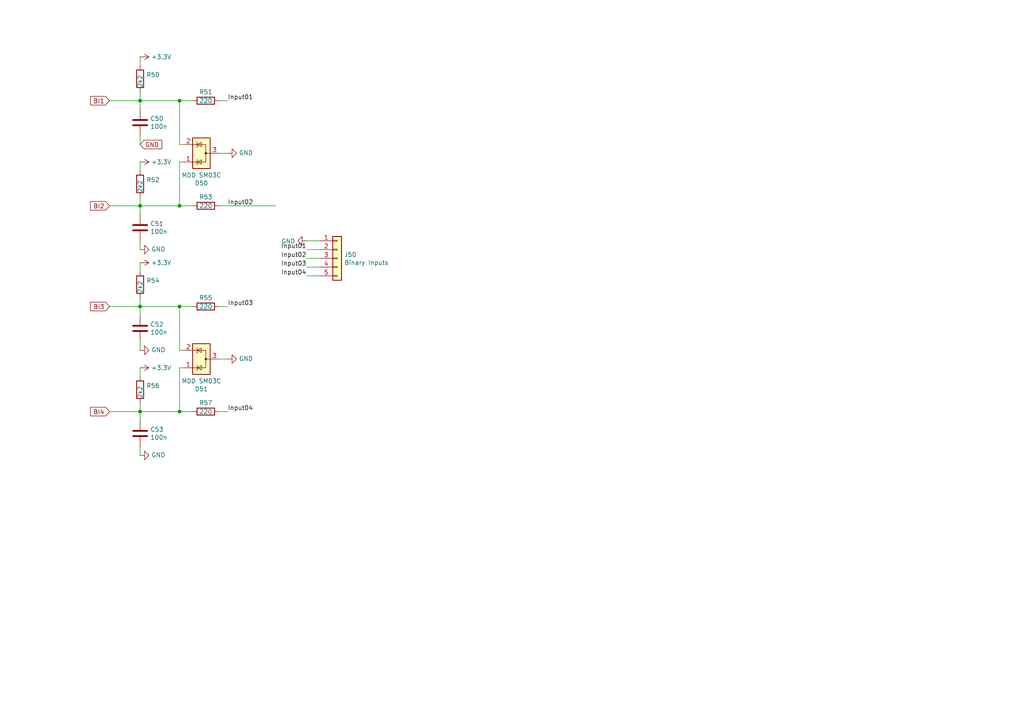
<source format=kicad_sch>
(kicad_sch (version 20231120) (generator "eeschema") (generator_version "8.0")
  (paper "A4")
  (title_block (title "UP1-PM-HF") (date "2025-02-05") (rev "V00.10") (company "OpenKNX") (comment 1 "by Ing-Dom <dom@ing-dom.de>") (comment 2 "OpenKNX Open Hardware under CC BY-NC-SA 4.0") (comment 3 "UP1-Präsenzmelder+") (comment 4 "http://device.OpenKNX.de/UP1-PM-HF"))
  (lib_symbols
    (symbol "Connector_Generic:Conn_01x05" (pin_names (offset 1.016) hide)
      (property "Reference" "J" (at 0 7.62 0))
      (property "Value" "Conn_01x05" (at 0 -7.62 0))
      (symbol "Conn_01x05_1_1"
        (rectangle (start -1.27 -4.953) (end 0 -5.207) (stroke (width 0.1524)))
        (rectangle (start -1.27 -2.413) (end 0 -2.667) (stroke (width 0.1524)))
        (rectangle (start -1.27 0.127) (end 0 -0.127) (stroke (width 0.1524)))
        (rectangle (start -1.27 2.667) (end 0 2.413) (stroke (width 0.1524)))
        (rectangle (start -1.27 5.207) (end 0 4.953) (stroke (width 0.1524)))
        (rectangle (start -1.27 6.35) (end 1.27 -6.35) (stroke (width 0.254)) (fill (type background)))
        (pin passive line (at -5.08 5.08 0) (length 3.81) (name "Pin_1") (number "1"))
        (pin passive line (at -5.08 2.54 0) (length 3.81) (name "Pin_2") (number "2"))
        (pin passive line (at -5.08 0 0) (length 3.81) (name "Pin_3") (number "3"))
        (pin passive line (at -5.08 -2.54 0) (length 3.81) (name "Pin_4") (number "4"))
        (pin passive line (at -5.08 -5.08 0) (length 3.81) (name "Pin_5") (number "5"))
      )
    )
    (symbol "Device:C" (pin_numbers hide) (pin_names (offset 0.254))
      (property "Reference" "C" (at 0.635 2.54 0))
      (property "Value" "C" (at 0.635 -2.54 0))
      (symbol "C_0_1"
        (polyline (pts (xy -2.032 -0.762) (xy 2.032 -0.762)) (stroke (width 0.508)))
        (polyline (pts (xy -2.032 0.762) (xy 2.032 0.762)) (stroke (width 0.508)))
      )
      (symbol "C_1_1"
        (pin passive line (at 0 3.81 270) (length 2.794) (name "~") (number "1"))
        (pin passive line (at 0 -3.81 90) (length 2.794) (name "~") (number "2"))
      )
    )
    (symbol "Device:R" (pin_numbers hide) (pin_names (offset 0))
      (property "Reference" "R" (at 2.032 0 90))
      (property "Value" "R" (at 0 0 90))
      (symbol "R_0_1"
        (rectangle (start -1.016 -2.54) (end 1.016 2.54) (stroke (width 0.254)))
      )
      (symbol "R_1_1"
        (pin passive line (at 0 3.81 270) (length 1.27) (name "~") (number "1"))
        (pin passive line (at 0 -3.81 90) (length 1.27) (name "~") (number "2"))
      )
    )
    (symbol "Power_Protection:SP0502BAHT" (pin_names hide)
      (property "Reference" "D" (at 5.715 2.54 0))
      (property "Value" "SP0502BAHT" (at 5.715 0.635 0))
      (symbol "SP0502BAHT_0_0"
        (pin passive line (at 0 -5.08 90) (length 2.54) (name "A") (number "3"))
      )
      (symbol "SP0502BAHT_0_1"
        (rectangle (start -4.445 2.54) (end 4.445 -2.54) (stroke (width 0.254)) (fill (type background)))
        (circle (center 0 -1.27) (radius 0.254) (fill (type outline)))
        (polyline (pts (xy -2.54 2.54) (xy -2.54 1.27)))
        (polyline (pts (xy 0 -1.27) (xy 0 -2.54)))
        (polyline (pts (xy 2.54 2.54) (xy 2.54 1.27)))
        (polyline (pts (xy -3.302 1.016) (xy -3.302 1.27) (xy -1.905 1.27) (xy -1.778 1.27)))
        (polyline (pts (xy -2.54 1.27) (xy -2.54 -1.27) (xy 2.54 -1.27) (xy 2.54 1.27)))
        (polyline (pts (xy -2.54 1.27) (xy -1.905 0) (xy -3.175 0) (xy -2.54 1.27)))
        (polyline (pts (xy 1.778 1.016) (xy 1.778 1.27) (xy 3.175 1.27) (xy 3.302 1.27)))
        (polyline (pts (xy 2.54 1.27) (xy 1.905 0) (xy 3.175 0) (xy 2.54 1.27)))
      )
      (symbol "SP0502BAHT_1_1"
        (pin passive line (at -2.54 5.08 270) (length 2.54) (name "K") (number "1"))
        (pin passive line (at 2.54 5.08 270) (length 2.54) (name "K") (number "2"))
      )
    )
    (symbol "power:+3.3V" (power) (pin_numbers hide) (pin_names (offset 0) hide)
      (property "Value" "+3.3V" (at 0 3.556 0))
      (symbol "+3.3V_0_1"
        (polyline (pts (xy -0.762 1.27) (xy 0 2.54)))
        (polyline (pts (xy 0 0) (xy 0 2.54)))
        (polyline (pts (xy 0 2.54) (xy 0.762 1.27)))
      )
      (symbol "+3.3V_1_1"
        (pin power_in line (at 0 0 90) (length 0) (name "~") (number "1"))
      )
    )
    (symbol "power:GND" (power) (pin_numbers hide) (pin_names (offset 0) hide)
      (property "Value" "GND" (at 0 -3.81 0))
      (symbol "GND_0_1"
        (polyline (pts (xy 0 0) (xy 0 -1.27) (xy 1.27 -1.27) (xy 0 -2.54) (xy -1.27 -1.27) (xy 0 -1.27)))
      )
      (symbol "GND_1_1"
        (pin power_in line (at 0 0 270) (length 0) (name "~") (number "1"))
      )
    )
  )
  (junction (at 40.64 119.38))
  (junction (at 40.64 29.21))
  (junction (at 40.64 59.69))
  (junction (at 52.07 59.69))
  (junction (at 52.07 29.21))
  (junction (at 52.07 88.9))
  (junction (at 40.64 88.9))
  (junction (at 52.07 119.38))
  (wire (pts (xy 52.07 88.9) (xy 55.88 88.9)))
  (wire (pts (xy 66.04 29.21) (xy 63.5 29.21)))
  (wire (pts (xy 40.64 26.67) (xy 40.64 29.21)))
  (wire (pts (xy 63.5 104.14) (xy 66.04 104.14)))
  (wire (pts (xy 92.71 74.93) (xy 88.9 74.93)))
  (wire (pts (xy 31.75 119.38) (xy 40.64 119.38)))
  (wire (pts (xy 53.34 101.6) (xy 52.07 101.6)))
  (wire (pts (xy 53.34 46.99) (xy 52.07 46.99)))
  (wire (pts (xy 52.07 59.69) (xy 55.88 59.69)))
  (wire (pts (xy 40.64 121.92) (xy 40.64 119.38)))
  (wire (pts (xy 53.34 41.91) (xy 52.07 41.91)))
  (wire (pts (xy 40.64 62.23) (xy 40.64 59.69)))
  (wire (pts (xy 53.34 106.68) (xy 52.07 106.68)))
  (wire (pts (xy 92.71 80.01) (xy 88.9 80.01)))
  (wire (pts (xy 52.07 101.6) (xy 52.07 88.9)))
  (wire (pts (xy 52.07 119.38) (xy 55.88 119.38)))
  (wire (pts (xy 31.75 59.69) (xy 40.64 59.69)))
  (wire (pts (xy 40.64 29.21) (xy 52.07 29.21)))
  (wire (pts (xy 88.9 69.85) (xy 92.71 69.85)))
  (wire (pts (xy 40.64 39.37) (xy 40.64 41.91)))
  (wire (pts (xy 63.5 88.9) (xy 66.04 88.9)))
  (wire (pts (xy 31.75 29.21) (xy 40.64 29.21)))
  (wire (pts (xy 40.64 106.68) (xy 40.64 109.22)))
  (wire (pts (xy 88.9 72.39) (xy 92.71 72.39)))
  (wire (pts (xy 40.64 59.69) (xy 52.07 59.69)))
  (wire (pts (xy 40.64 116.84) (xy 40.64 119.38)))
  (wire (pts (xy 40.64 86.36) (xy 40.64 88.9)))
  (wire (pts (xy 31.75 88.9) (xy 40.64 88.9)))
  (wire (pts (xy 40.64 129.54) (xy 40.64 132.08)))
  (wire (pts (xy 40.64 57.15) (xy 40.64 59.69)))
  (wire (pts (xy 40.64 91.44) (xy 40.64 88.9)))
  (wire (pts (xy 63.5 44.45) (xy 66.04 44.45)))
  (wire (pts (xy 40.64 69.85) (xy 40.64 72.39)))
  (wire (pts (xy 40.64 46.99) (xy 40.64 49.53)))
  (wire (pts (xy 52.07 29.21) (xy 55.88 29.21)))
  (wire (pts (xy 63.5 59.69) (xy 80.01 59.69)))
  (wire (pts (xy 40.64 31.75) (xy 40.64 29.21)))
  (wire (pts (xy 40.64 119.38) (xy 52.07 119.38)))
  (wire (pts (xy 40.64 76.2) (xy 40.64 78.74)))
  (wire (pts (xy 52.07 46.99) (xy 52.07 59.69)))
  (wire (pts (xy 40.64 88.9) (xy 52.07 88.9)))
  (wire (pts (xy 88.9 77.47) (xy 92.71 77.47)))
  (wire (pts (xy 52.07 106.68) (xy 52.07 119.38)))
  (wire (pts (xy 52.07 41.91) (xy 52.07 29.21)))
  (wire (pts (xy 40.64 99.06) (xy 40.64 101.6)))
  (wire (pts (xy 40.64 16.51) (xy 40.64 19.05)))
  (wire (pts (xy 63.5 119.38) (xy 66.04 119.38)))
  (label "Input04" (at 88.9 80.01 180))
  (label "Input02" (at 66.04 59.69 0))
  (label "Input04" (at 66.04 119.38 0))
  (label "Input03" (at 66.04 88.9 0))
  (label "Input03" (at 88.9 77.47 180))
  (label "Input01" (at 66.04 29.21 0))
  (label "Input01" (at 88.9 72.39 180))
  (label "Input02" (at 88.9 74.93 180))
  (global_label "GND" (shape input) (at 40.64 41.91 0) (property "Intersheetrefs" "${INTERSHEET_REFS}" (effects (hide yes))))
  (global_label "BI4" (shape input) (at 31.75 119.38 180) (property "Intersheetrefs" "${INTERSHEET_REFS}" (effects (hide yes))))
  (global_label "BI2" (shape input) (at 31.75 59.69 180) (property "Intersheetrefs" "${INTERSHEET_REFS}" (effects (hide yes))))
  (global_label "BI3" (shape input) (at 31.75 88.9 180) (property "Intersheetrefs" "${INTERSHEET_REFS}" (effects (hide yes))))
  (global_label "BI1" (shape input) (at 31.75 29.21 180) (property "Intersheetrefs" "${INTERSHEET_REFS}" (effects (hide yes))))
  (symbol (lib_id "power:GND") (at 40.64 132.08 90) (unit 1)
    (property "Reference" "#PWR059" (effects (hide yes)))
    (property "Value" "GND" (at 43.8912 131.953 90) (effects (justify right)))
    (property "Description" "Power symbol creates a global label with name \"GND\" , ground" (effects (hide yes)))
  )
  (symbol (lib_id "Device:C") (at 40.64 125.73 0) (unit 1)
    (property "Reference" "C53" (at 43.561 124.5616 0) (effects (justify left)))
    (property "Value" "100n" (at 43.561 126.873 0) (effects (justify left)))
    (property "Footprint" "Capacitor_SMD:C_0402_1005Metric" (effects (hide yes)))
  )
  (symbol (lib_id "power:GND") (at 88.9 69.85 270) (unit 1)
    (property "Reference" "#PWR053" (effects (hide yes)))
    (property "Value" "GND" (at 85.6488 69.977 90) (effects (justify right)))
    (property "Description" "Power symbol creates a global label with name \"GND\" , ground" (effects (hide yes)))
  )
  (symbol (lib_id "Device:R") (at 40.64 113.03 180) (unit 1)
    (property "Reference" "R56" (at 42.418 111.8616 0) (effects (justify right)))
    (property "Value" "2k2" (at 40.64 115.57 90) (effects (justify right)))
    (property "Footprint" "Resistor_SMD:R_0402_1005Metric" (effects (hide yes)))
  )
  (symbol (lib_id "Device:R") (at 59.69 88.9 270) (unit 1)
    (property "Reference" "R55" (at 59.69 86.36 90))
    (property "Value" "220" (at 59.69 88.9 90))
    (property "Footprint" "Resistor_SMD:R_0402_1005Metric" (effects (hide yes)))
  )
  (symbol (lib_id "Device:C") (at 40.64 66.04 0) (unit 1)
    (property "Reference" "C51" (at 43.561 64.8716 0) (effects (justify left)))
    (property "Value" "100n" (at 43.561 67.183 0) (effects (justify left)))
    (property "Footprint" "Capacitor_SMD:C_0402_1005Metric" (effects (hide yes)))
  )
  (symbol (lib_id "Connector_Generic:Conn_01x05") (at 97.79 74.93 0) (unit 1)
    (property "Reference" "J50" (at 99.822 73.8632 0) (effects (justify left)))
    (property "Value" "Binary Inputs" (at 99.822 76.1746 0) (effects (justify left)))
    (property "Footprint" "Connector_JST:JST_XH_B5B-XH-A_1x05_P2.50mm_Vertical" (effects (hide yes)))
  )
  (symbol (lib_id "power:GND") (at 66.04 44.45 90) (unit 1)
    (property "Reference" "#PWR051" (effects (hide yes)))
    (property "Value" "GND" (at 69.2912 44.323 90) (effects (justify right)))
    (property "Description" "Power symbol creates a global label with name \"GND\" , ground" (effects (hide yes)))
  )
  (symbol (lib_id "power:+3.3V") (at 40.64 106.68 270) (unit 1)
    (property "Reference" "#PWR058" (effects (hide yes)))
    (property "Value" "+3.3V" (at 43.815 106.68 90) (effects (justify left)))
    (property "Description" "Power symbol creates a global label with name \"+3.3V\"" (effects (hide yes)))
  )
  (symbol (lib_id "Device:R") (at 59.69 119.38 270) (unit 1)
    (property "Reference" "R57" (at 59.69 116.84 90))
    (property "Value" "220" (at 59.69 119.38 90))
    (property "Footprint" "Resistor_SMD:R_0402_1005Metric" (effects (hide yes)))
  )
  (symbol (lib_id "power:+3.3V") (at 40.64 16.51 270) (unit 1)
    (property "Reference" "#PWR050" (effects (hide yes)))
    (property "Value" "+3.3V" (at 43.815 16.51 90) (effects (justify left)))
    (property "Description" "Power symbol creates a global label with name \"+3.3V\"" (effects (hide yes)))
  )
  (symbol (lib_id "power:GND") (at 40.64 101.6 90) (unit 1)
    (property "Reference" "#PWR056" (effects (hide yes)))
    (property "Value" "GND" (at 43.8912 101.473 90) (effects (justify right)))
    (property "Description" "Power symbol creates a global label with name \"GND\" , ground" (effects (hide yes)))
  )
  (symbol (lib_id "Device:R") (at 40.64 22.86 180) (unit 1)
    (property "Reference" "R50" (at 42.418 21.6916 0) (effects (justify right)))
    (property "Value" "2k2" (at 40.64 25.4 90) (effects (justify right)))
    (property "Footprint" "Resistor_SMD:R_0402_1005Metric" (effects (hide yes)))
  )
  (symbol (lib_id "Device:R") (at 40.64 53.34 180) (unit 1)
    (property "Reference" "R52" (at 42.418 52.1716 0) (effects (justify right)))
    (property "Value" "2k2" (at 40.64 55.88 90) (effects (justify right)))
    (property "Footprint" "Resistor_SMD:R_0402_1005Metric" (effects (hide yes)))
  )
  (symbol (lib_id "Device:R") (at 59.69 59.69 270) (unit 1)
    (property "Reference" "R53" (at 59.69 57.15 90))
    (property "Value" "220" (at 59.69 59.69 90))
    (property "Footprint" "Resistor_SMD:R_0402_1005Metric" (effects (hide yes)))
  )
  (symbol (lib_id "Device:R") (at 40.64 82.55 180) (unit 1)
    (property "Reference" "R54" (at 42.418 81.3816 0) (effects (justify right)))
    (property "Value" "2k2" (at 40.64 85.09 90) (effects (justify right)))
    (property "Footprint" "Resistor_SMD:R_0402_1005Metric" (effects (hide yes)))
  )
  (symbol (lib_id "Power_Protection:SP0502BAHT") (at 58.42 44.45 90) (unit 1)
    (property "Reference" "D50" (at 58.42 53.1368 90))
    (property "Value" "MDD SM03C" (at 58.42 50.8254 90))
    (property "Footprint" "Package_TO_SOT_SMD:SOT-23" (effects (hide yes)))
  )
  (symbol (lib_id "Power_Protection:SP0502BAHT") (at 58.42 104.14 90) (unit 1)
    (property "Reference" "D51" (at 58.42 112.8268 90))
    (property "Value" "MDD SM03C" (at 58.42 110.5154 90))
    (property "Footprint" "Package_TO_SOT_SMD:SOT-23" (effects (hide yes)))
  )
  (symbol (lib_id "power:+3.3V") (at 40.64 76.2 270) (unit 1)
    (property "Reference" "#PWR055" (effects (hide yes)))
    (property "Value" "+3.3V" (at 43.815 76.2 90) (effects (justify left)))
    (property "Description" "Power symbol creates a global label with name \"+3.3V\"" (effects (hide yes)))
  )
  (symbol (lib_id "power:GND") (at 66.04 104.14 90) (unit 1)
    (property "Reference" "#PWR057" (effects (hide yes)))
    (property "Value" "GND" (at 69.2912 104.013 90) (effects (justify right)))
    (property "Description" "Power symbol creates a global label with name \"GND\" , ground" (effects (hide yes)))
  )
  (symbol (lib_id "power:GND") (at 40.64 72.39 90) (unit 1)
    (property "Reference" "#PWR054" (effects (hide yes)))
    (property "Value" "GND" (at 43.8912 72.263 90) (effects (justify right)))
    (property "Description" "Power symbol creates a global label with name \"GND\" , ground" (effects (hide yes)))
  )
  (symbol (lib_id "Device:C") (at 40.64 95.25 0) (unit 1)
    (property "Reference" "C52" (at 43.561 94.0816 0) (effects (justify left)))
    (property "Value" "100n" (at 43.561 96.393 0) (effects (justify left)))
    (property "Footprint" "Capacitor_SMD:C_0402_1005Metric" (effects (hide yes)))
  )
  (symbol (lib_id "Device:C") (at 40.64 35.56 0) (unit 1)
    (property "Reference" "C50" (at 43.561 34.3916 0) (effects (justify left)))
    (property "Value" "100n" (at 43.561 36.703 0) (effects (justify left)))
    (property "Footprint" "Capacitor_SMD:C_0402_1005Metric" (effects (hide yes)))
  )
  (symbol (lib_id "Device:R") (at 59.69 29.21 270) (unit 1)
    (property "Reference" "R51" (at 59.69 26.67 90))
    (property "Value" "220" (at 59.69 29.21 90))
    (property "Footprint" "Resistor_SMD:R_0402_1005Metric" (effects (hide yes)))
  )
  (symbol (lib_id "power:+3.3V") (at 40.64 46.99 270) (unit 1)
    (property "Reference" "#PWR052" (effects (hide yes)))
    (property "Value" "+3.3V" (at 43.815 46.99 90) (effects (justify left)))
    (property "Description" "Power symbol creates a global label with name \"+3.3V\"" (effects (hide yes)))
  )
)
</source>
